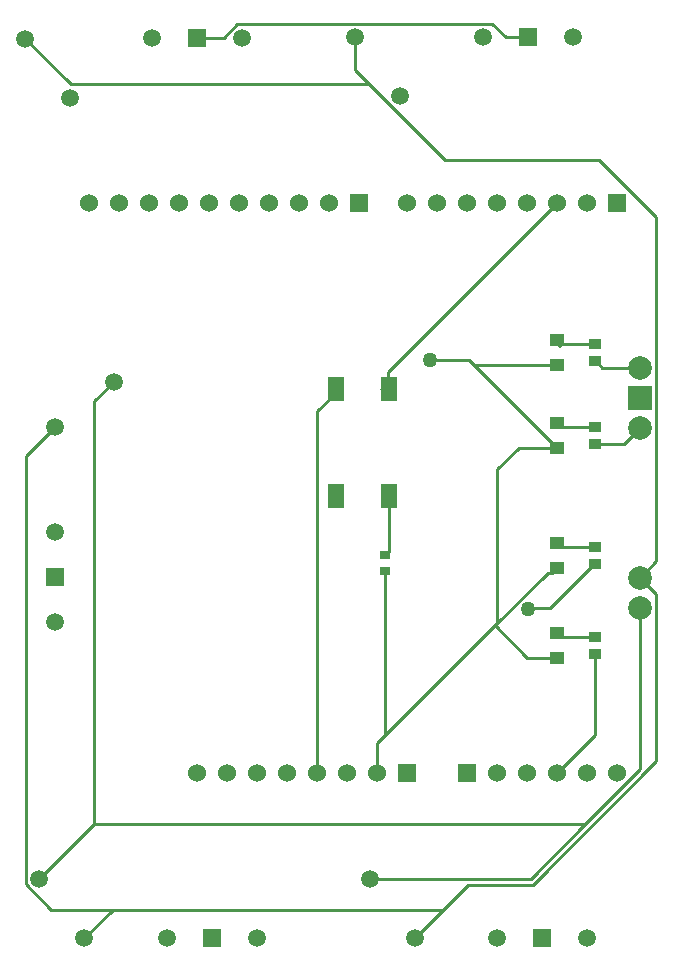
<source format=gtl>
G04*
G04 #@! TF.GenerationSoftware,Altium Limited,Altium Designer,22.9.1 (49)*
G04*
G04 Layer_Physical_Order=1*
G04 Layer_Color=255*
%FSLAX25Y25*%
%MOIN*%
G70*
G04*
G04 #@! TF.SameCoordinates,BFF4783A-9A9A-4BA5-AF34-FCE32B05B8FC*
G04*
G04*
G04 #@! TF.FilePolarity,Positive*
G04*
G01*
G75*
%ADD12C,0.01000*%
%ADD14R,0.04134X0.03543*%
%ADD15R,0.04724X0.04331*%
%ADD16R,0.05512X0.08268*%
%ADD17R,0.03543X0.02854*%
%ADD29C,0.05906*%
%ADD30R,0.05906X0.05906*%
%ADD31C,0.07874*%
%ADD32R,0.07874X0.07874*%
%ADD33R,0.05906X0.05906*%
%ADD34C,0.06000*%
%ADD35R,0.06000X0.06000*%
%ADD36C,0.05000*%
D12*
X202303Y145866D02*
X230000D01*
X202303D02*
X229803Y118366D01*
X200669Y147500D02*
X202303Y145866D01*
X217303Y118366D02*
X229803D01*
X187500Y147500D02*
X200669D01*
X229803Y118366D02*
X230000D01*
X173614Y140169D02*
Y143614D01*
X230000Y200000D01*
X171358Y137913D02*
X173614Y140169D01*
X209134Y59134D02*
X226701Y76701D01*
X210000Y60000D02*
Y111063D01*
X220328Y64672D02*
X220657Y65000D01*
X226701Y76701D02*
X228335D01*
X220657Y65000D02*
X227559D01*
X210000Y111063D02*
X217303Y118366D01*
X257500Y75000D02*
X262937Y80437D01*
Y195184D01*
X243735Y214387D02*
X262937Y195184D01*
X110000Y255000D02*
X118703D01*
X123274Y259571D01*
X208282D01*
X212735Y255118D01*
X220157D01*
X162657Y244136D02*
X167341Y239453D01*
X67732D02*
X167341D01*
X52500Y254685D02*
X67732Y239453D01*
X167341D02*
X192407Y214387D01*
X162657Y244136D02*
Y255118D01*
X192407Y214387D02*
X243735D01*
X61360Y-35747D02*
X81713D01*
X52890Y115665D02*
X62382Y125157D01*
X52890Y-27277D02*
Y115665D01*
Y-27277D02*
X61360Y-35747D01*
X75686Y133777D02*
X82067Y140157D01*
X75686Y-7090D02*
Y133777D01*
X182500Y-45000D02*
X191753Y-35747D01*
X81713D02*
X191753D01*
X200185Y-27315D01*
X72342Y-45118D02*
X81713Y-35747D01*
X221049Y-25315D02*
X239275Y-7090D01*
X167500Y-25315D02*
X221049D01*
X239275Y-7090D02*
X257500Y11136D01*
X57342Y-25433D02*
X75686Y-7090D01*
X239275D01*
X221877Y-27315D02*
X262937Y13745D01*
Y69563D01*
X200185Y-27315D02*
X221877D01*
X257500Y75000D02*
X262937Y69563D01*
X257500Y11136D02*
Y65000D01*
X150000Y10000D02*
Y130394D01*
X156142Y136535D02*
Y137913D01*
X150000Y130394D02*
X156142Y136535D01*
X172845Y82707D02*
X173858Y83720D01*
X172500Y82707D02*
X172845D01*
X173858Y83720D02*
Y102087D01*
X172500Y22500D02*
X209134Y59134D01*
X170000Y20000D02*
X172500Y22500D01*
Y77500D01*
X228335Y76701D02*
X230000Y78366D01*
X231279Y85354D02*
X242500D01*
X230000Y86634D02*
X231279Y85354D01*
X227559Y65000D02*
X242205Y79646D01*
X242500D01*
X209134Y59134D02*
X219902Y48366D01*
X230000D01*
X231279Y55354D02*
X242500D01*
X230000Y56634D02*
X231279Y55354D01*
X230000Y10000D02*
X242500Y22500D01*
Y49646D01*
X230000Y126634D02*
X231279Y125354D01*
X242500D01*
Y119646D02*
X252146D01*
X257500Y125000D01*
X230000Y154134D02*
X231279Y152854D01*
X242500D01*
Y147146D02*
X242795D01*
X244941Y145000D02*
X257500D01*
X242795Y147146D02*
X244941Y145000D01*
X230000Y153268D02*
X230925Y152342D01*
X170000Y10000D02*
Y20000D01*
D14*
X242500Y49646D02*
D03*
Y55354D02*
D03*
Y85354D02*
D03*
Y79646D02*
D03*
Y125354D02*
D03*
Y119646D02*
D03*
Y152854D02*
D03*
Y147146D02*
D03*
D15*
X230000Y78366D02*
D03*
Y86634D02*
D03*
Y145866D02*
D03*
Y154134D02*
D03*
Y118366D02*
D03*
Y126634D02*
D03*
Y48366D02*
D03*
Y56634D02*
D03*
D16*
X156142Y137913D02*
D03*
Y102087D02*
D03*
X173858Y137913D02*
D03*
Y102087D02*
D03*
D17*
X172500Y82707D02*
D03*
Y77293D02*
D03*
D29*
X95000Y255000D02*
D03*
X125000D02*
D03*
X162657Y255118D02*
D03*
X177657Y235433D02*
D03*
X205157Y255118D02*
D03*
X235157D02*
D03*
X52500Y254685D02*
D03*
X67500Y235000D02*
D03*
X240000Y-45000D02*
D03*
X210000D02*
D03*
X182500D02*
D03*
X167500Y-25315D02*
D03*
X130000Y-45000D02*
D03*
X100000D02*
D03*
X72342Y-45118D02*
D03*
X57342Y-25433D02*
D03*
X62382Y60157D02*
D03*
Y90157D02*
D03*
X62382Y125157D02*
D03*
X82067Y140157D02*
D03*
D30*
X110000Y255000D02*
D03*
X220157Y255118D02*
D03*
X225000Y-45000D02*
D03*
X115000D02*
D03*
D31*
X257500Y65000D02*
D03*
Y75000D02*
D03*
Y125000D02*
D03*
Y145000D02*
D03*
D32*
Y135000D02*
D03*
D33*
X62382Y75157D02*
D03*
D34*
X160000Y10000D02*
D03*
X170000D02*
D03*
X110000D02*
D03*
X120000D02*
D03*
X130000D02*
D03*
X140000D02*
D03*
X150000D02*
D03*
X230000Y200000D02*
D03*
X240000D02*
D03*
X180000D02*
D03*
X190000D02*
D03*
X200000D02*
D03*
X210000D02*
D03*
X220000D02*
D03*
X74000D02*
D03*
X84000D02*
D03*
X94000D02*
D03*
X104000D02*
D03*
X114000D02*
D03*
X124000D02*
D03*
X134000D02*
D03*
X144000D02*
D03*
X154000D02*
D03*
X250000Y10000D02*
D03*
X240000D02*
D03*
X230000D02*
D03*
X220000D02*
D03*
X210000D02*
D03*
D35*
X180000D02*
D03*
X250000Y200000D02*
D03*
X164000D02*
D03*
X200000Y10000D02*
D03*
D36*
X187500Y147500D02*
D03*
X220328Y64672D02*
D03*
M02*

</source>
